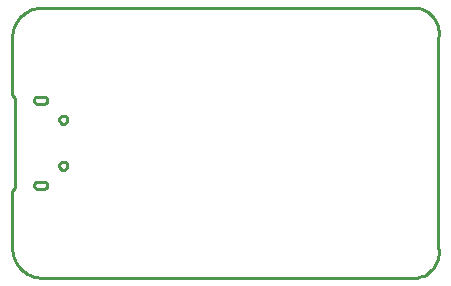
<source format=gbr>
G04 EAGLE Gerber RS-274X export*
G75*
%MOMM*%
%FSLAX34Y34*%
%LPD*%
%IN*%
%IPPOS*%
%AMOC8*
5,1,8,0,0,1.08239X$1,22.5*%
G01*
%ADD10C,0.254000*%


D10*
X0Y25400D02*
X97Y23186D01*
X386Y20989D01*
X865Y18826D01*
X1532Y16713D01*
X2380Y14666D01*
X3403Y12700D01*
X4594Y10831D01*
X5942Y9073D01*
X7440Y7440D01*
X9073Y5942D01*
X10831Y4594D01*
X12700Y3403D01*
X14666Y2380D01*
X16713Y1532D01*
X18826Y865D01*
X20989Y386D01*
X23186Y97D01*
X25400Y0D01*
X342900Y0D01*
X344767Y414D01*
X346591Y990D01*
X348358Y1722D01*
X350054Y2605D01*
X351667Y3633D01*
X353185Y4798D01*
X354595Y6090D01*
X355886Y7500D01*
X357051Y9018D01*
X358078Y10631D01*
X358961Y12327D01*
X359693Y14095D01*
X360267Y15919D01*
X360681Y17786D01*
X360930Y19682D01*
X361014Y21593D01*
X360930Y23504D01*
X360680Y25400D01*
X360680Y203200D01*
X360930Y205096D01*
X361014Y207007D01*
X360930Y208918D01*
X360681Y210814D01*
X360267Y212681D01*
X359693Y214505D01*
X358961Y216273D01*
X358078Y217969D01*
X357051Y219582D01*
X355886Y221100D01*
X354595Y222510D01*
X353185Y223803D01*
X351667Y224967D01*
X350054Y225995D01*
X348358Y226878D01*
X346591Y227610D01*
X344767Y228186D01*
X342900Y228600D01*
X25400Y228600D01*
X23186Y228503D01*
X20989Y228214D01*
X18826Y227735D01*
X16713Y227068D01*
X14666Y226220D01*
X12700Y225197D01*
X10831Y224006D01*
X9073Y222658D01*
X7440Y221161D01*
X5942Y219527D01*
X4594Y217769D01*
X3403Y215900D01*
X2380Y213935D01*
X1532Y211887D01*
X865Y209774D01*
X386Y207611D01*
X97Y205414D01*
X0Y203200D01*
X0Y154940D01*
X2540Y152400D01*
X2540Y76200D01*
X0Y73660D01*
X0Y25400D01*
X18680Y78300D02*
X18669Y78059D01*
X18678Y77819D01*
X18709Y77580D01*
X18760Y77344D01*
X18832Y77114D01*
X18923Y76892D01*
X19034Y76677D01*
X19163Y76474D01*
X19309Y76282D01*
X19471Y76104D01*
X19648Y75941D01*
X19839Y75793D01*
X20041Y75663D01*
X20255Y75551D01*
X20477Y75458D01*
X20706Y75385D01*
X20941Y75332D01*
X21180Y75300D01*
X27180Y75300D01*
X27419Y75332D01*
X27654Y75385D01*
X27883Y75458D01*
X28105Y75551D01*
X28319Y75663D01*
X28522Y75793D01*
X28712Y75941D01*
X28889Y76104D01*
X29051Y76282D01*
X29197Y76474D01*
X29326Y76677D01*
X29437Y76892D01*
X29528Y77114D01*
X29600Y77344D01*
X29651Y77580D01*
X29682Y77819D01*
X29691Y78059D01*
X29680Y78300D01*
X29691Y78541D01*
X29682Y78781D01*
X29651Y79020D01*
X29600Y79256D01*
X29528Y79486D01*
X29437Y79709D01*
X29326Y79923D01*
X29197Y80126D01*
X29051Y80318D01*
X28889Y80496D01*
X28712Y80659D01*
X28522Y80807D01*
X28319Y80937D01*
X28105Y81049D01*
X27883Y81142D01*
X27654Y81215D01*
X27419Y81268D01*
X27180Y81300D01*
X21180Y81300D01*
X20941Y81268D01*
X20706Y81215D01*
X20477Y81142D01*
X20255Y81049D01*
X20041Y80937D01*
X19839Y80807D01*
X19648Y80659D01*
X19471Y80496D01*
X19309Y80318D01*
X19163Y80126D01*
X19034Y79923D01*
X18923Y79709D01*
X18832Y79486D01*
X18760Y79256D01*
X18709Y79020D01*
X18678Y78781D01*
X18669Y78541D01*
X18680Y78300D01*
X18680Y150300D02*
X18669Y150059D01*
X18678Y149819D01*
X18709Y149580D01*
X18760Y149344D01*
X18832Y149114D01*
X18923Y148892D01*
X19034Y148677D01*
X19163Y148474D01*
X19309Y148282D01*
X19471Y148104D01*
X19648Y147941D01*
X19839Y147793D01*
X20041Y147663D01*
X20255Y147551D01*
X20477Y147458D01*
X20706Y147385D01*
X20941Y147332D01*
X21180Y147300D01*
X27180Y147300D01*
X27419Y147332D01*
X27654Y147385D01*
X27883Y147458D01*
X28105Y147551D01*
X28319Y147663D01*
X28522Y147793D01*
X28712Y147941D01*
X28889Y148104D01*
X29051Y148282D01*
X29197Y148474D01*
X29326Y148677D01*
X29437Y148892D01*
X29528Y149114D01*
X29600Y149344D01*
X29651Y149580D01*
X29682Y149819D01*
X29691Y150059D01*
X29680Y150300D01*
X29691Y150541D01*
X29682Y150781D01*
X29651Y151020D01*
X29600Y151256D01*
X29528Y151486D01*
X29437Y151709D01*
X29326Y151923D01*
X29197Y152126D01*
X29051Y152318D01*
X28889Y152496D01*
X28712Y152659D01*
X28522Y152807D01*
X28319Y152937D01*
X28105Y153049D01*
X27883Y153142D01*
X27654Y153215D01*
X27419Y153268D01*
X27180Y153300D01*
X21180Y153300D01*
X20941Y153268D01*
X20706Y153215D01*
X20477Y153142D01*
X20255Y153049D01*
X20041Y152937D01*
X19839Y152807D01*
X19648Y152659D01*
X19471Y152496D01*
X19309Y152318D01*
X19163Y152126D01*
X19034Y151923D01*
X18923Y151709D01*
X18832Y151486D01*
X18760Y151256D01*
X18709Y151020D01*
X18678Y150781D01*
X18669Y150541D01*
X18680Y150300D01*
X42951Y130300D02*
X42496Y130360D01*
X42053Y130479D01*
X41629Y130654D01*
X41231Y130884D01*
X40867Y131163D01*
X40543Y131487D01*
X40264Y131851D01*
X40034Y132249D01*
X39859Y132673D01*
X39740Y133116D01*
X39680Y133571D01*
X39680Y134029D01*
X39740Y134484D01*
X39859Y134927D01*
X40034Y135351D01*
X40264Y135749D01*
X40543Y136113D01*
X40867Y136437D01*
X41231Y136716D01*
X41629Y136946D01*
X42053Y137121D01*
X42496Y137240D01*
X42951Y137300D01*
X43409Y137300D01*
X43864Y137240D01*
X44307Y137121D01*
X44731Y136946D01*
X45129Y136716D01*
X45493Y136437D01*
X45817Y136113D01*
X46096Y135749D01*
X46326Y135351D01*
X46501Y134927D01*
X46620Y134484D01*
X46680Y134029D01*
X46680Y133571D01*
X46620Y133116D01*
X46501Y132673D01*
X46326Y132249D01*
X46096Y131851D01*
X45817Y131487D01*
X45493Y131163D01*
X45129Y130884D01*
X44731Y130654D01*
X44307Y130479D01*
X43864Y130360D01*
X43409Y130300D01*
X42951Y130300D01*
X42951Y91300D02*
X42496Y91360D01*
X42053Y91479D01*
X41629Y91654D01*
X41231Y91884D01*
X40867Y92163D01*
X40543Y92487D01*
X40264Y92851D01*
X40034Y93249D01*
X39859Y93673D01*
X39740Y94116D01*
X39680Y94571D01*
X39680Y95029D01*
X39740Y95484D01*
X39859Y95927D01*
X40034Y96351D01*
X40264Y96749D01*
X40543Y97113D01*
X40867Y97437D01*
X41231Y97716D01*
X41629Y97946D01*
X42053Y98121D01*
X42496Y98240D01*
X42951Y98300D01*
X43409Y98300D01*
X43864Y98240D01*
X44307Y98121D01*
X44731Y97946D01*
X45129Y97716D01*
X45493Y97437D01*
X45817Y97113D01*
X46096Y96749D01*
X46326Y96351D01*
X46501Y95927D01*
X46620Y95484D01*
X46680Y95029D01*
X46680Y94571D01*
X46620Y94116D01*
X46501Y93673D01*
X46326Y93249D01*
X46096Y92851D01*
X45817Y92487D01*
X45493Y92163D01*
X45129Y91884D01*
X44731Y91654D01*
X44307Y91479D01*
X43864Y91360D01*
X43409Y91300D01*
X42951Y91300D01*
M02*

</source>
